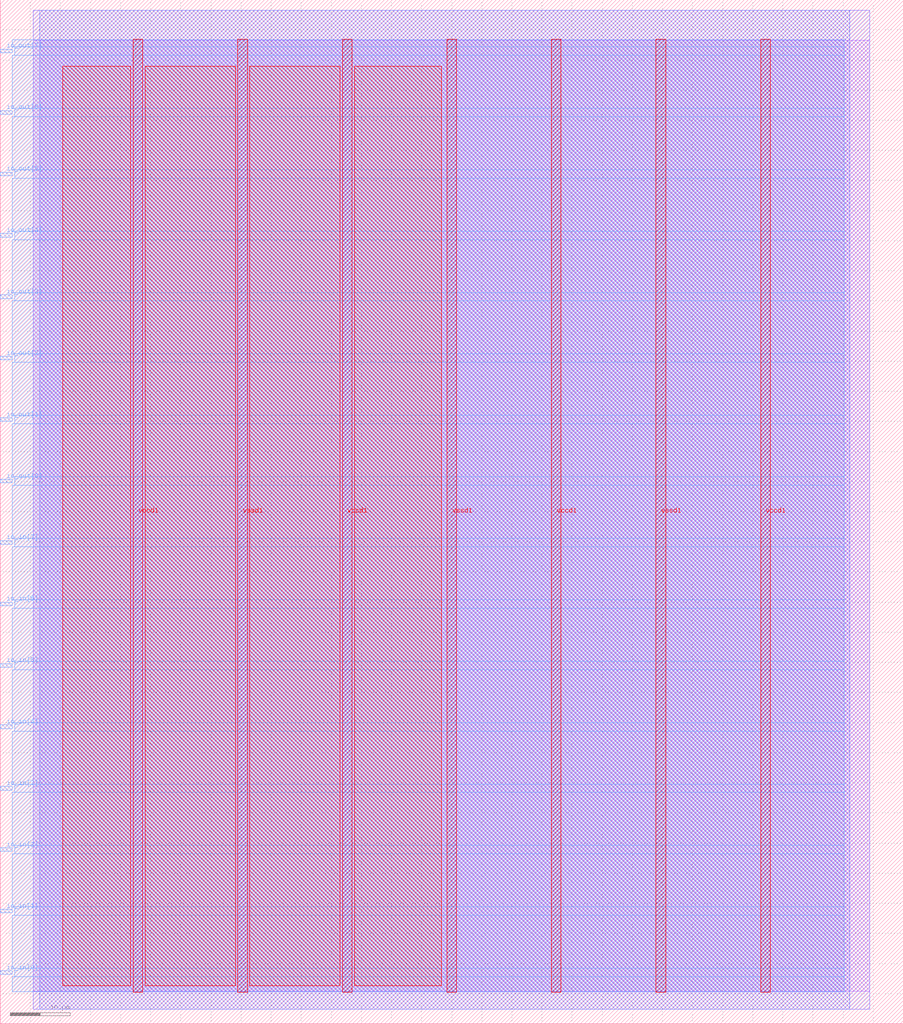
<source format=lef>
VERSION 5.7 ;
  NOWIREEXTENSIONATPIN ON ;
  DIVIDERCHAR "/" ;
  BUSBITCHARS "[]" ;
MACRO s4ga
  CLASS BLOCK ;
  FOREIGN s4ga ;
  ORIGIN 0.000 0.000 ;
  SIZE 150.000 BY 170.000 ;
  PIN io_in[0]
    DIRECTION INPUT ;
    USE SIGNAL ;
    PORT
      LAYER met3 ;
        RECT 0.000 8.200 2.000 8.800 ;
    END
  END io_in[0]
  PIN io_in[1]
    DIRECTION INPUT ;
    USE SIGNAL ;
    PORT
      LAYER met3 ;
        RECT 0.000 18.400 2.000 19.000 ;
    END
  END io_in[1]
  PIN io_in[2]
    DIRECTION INPUT ;
    USE SIGNAL ;
    PORT
      LAYER met3 ;
        RECT 0.000 28.600 2.000 29.200 ;
    END
  END io_in[2]
  PIN io_in[3]
    DIRECTION INPUT ;
    USE SIGNAL ;
    PORT
      LAYER met3 ;
        RECT 0.000 38.800 2.000 39.400 ;
    END
  END io_in[3]
  PIN io_in[4]
    DIRECTION INPUT ;
    USE SIGNAL ;
    PORT
      LAYER met3 ;
        RECT 0.000 49.000 2.000 49.600 ;
    END
  END io_in[4]
  PIN io_in[5]
    DIRECTION INPUT ;
    USE SIGNAL ;
    PORT
      LAYER met3 ;
        RECT 0.000 59.200 2.000 59.800 ;
    END
  END io_in[5]
  PIN io_in[6]
    DIRECTION INPUT ;
    USE SIGNAL ;
    PORT
      LAYER met3 ;
        RECT 0.000 69.400 2.000 70.000 ;
    END
  END io_in[6]
  PIN io_in[7]
    DIRECTION INPUT ;
    USE SIGNAL ;
    PORT
      LAYER met3 ;
        RECT 0.000 79.600 2.000 80.200 ;
    END
  END io_in[7]
  PIN io_out[0]
    DIRECTION OUTPUT TRISTATE ;
    USE SIGNAL ;
    PORT
      LAYER met3 ;
        RECT 0.000 89.800 2.000 90.400 ;
    END
  END io_out[0]
  PIN io_out[1]
    DIRECTION OUTPUT TRISTATE ;
    USE SIGNAL ;
    PORT
      LAYER met3 ;
        RECT 0.000 100.000 2.000 100.600 ;
    END
  END io_out[1]
  PIN io_out[2]
    DIRECTION OUTPUT TRISTATE ;
    USE SIGNAL ;
    PORT
      LAYER met3 ;
        RECT 0.000 110.200 2.000 110.800 ;
    END
  END io_out[2]
  PIN io_out[3]
    DIRECTION OUTPUT TRISTATE ;
    USE SIGNAL ;
    PORT
      LAYER met3 ;
        RECT 0.000 120.400 2.000 121.000 ;
    END
  END io_out[3]
  PIN io_out[4]
    DIRECTION OUTPUT TRISTATE ;
    USE SIGNAL ;
    PORT
      LAYER met3 ;
        RECT 0.000 130.600 2.000 131.200 ;
    END
  END io_out[4]
  PIN io_out[5]
    DIRECTION OUTPUT TRISTATE ;
    USE SIGNAL ;
    PORT
      LAYER met3 ;
        RECT 0.000 140.800 2.000 141.400 ;
    END
  END io_out[5]
  PIN io_out[6]
    DIRECTION OUTPUT TRISTATE ;
    USE SIGNAL ;
    PORT
      LAYER met3 ;
        RECT 0.000 151.000 2.000 151.600 ;
    END
  END io_out[6]
  PIN io_out[7]
    DIRECTION OUTPUT TRISTATE ;
    USE SIGNAL ;
    PORT
      LAYER met3 ;
        RECT 0.000 161.200 2.000 161.800 ;
    END
  END io_out[7]
  PIN vccd1
    DIRECTION INOUT ;
    USE POWER ;
    PORT
      LAYER met4 ;
        RECT 22.090 5.200 23.690 163.440 ;
    END
    PORT
      LAYER met4 ;
        RECT 56.830 5.200 58.430 163.440 ;
    END
    PORT
      LAYER met4 ;
        RECT 91.570 5.200 93.170 163.440 ;
    END
    PORT
      LAYER met4 ;
        RECT 126.310 5.200 127.910 163.440 ;
    END
  END vccd1
  PIN vssd1
    DIRECTION INOUT ;
    USE GROUND ;
    PORT
      LAYER met4 ;
        RECT 39.460 5.200 41.060 163.440 ;
    END
    PORT
      LAYER met4 ;
        RECT 74.200 5.200 75.800 163.440 ;
    END
    PORT
      LAYER met4 ;
        RECT 108.940 5.200 110.540 163.440 ;
    END
  END vssd1
  OBS
      LAYER li1 ;
        RECT 5.520 5.355 144.440 163.285 ;
      LAYER met1 ;
        RECT 5.520 2.420 144.440 168.260 ;
      LAYER met2 ;
        RECT 6.530 2.390 141.120 168.290 ;
      LAYER met3 ;
        RECT 2.000 162.200 140.235 163.365 ;
        RECT 2.400 160.800 140.235 162.200 ;
        RECT 2.000 152.000 140.235 160.800 ;
        RECT 2.400 150.600 140.235 152.000 ;
        RECT 2.000 141.800 140.235 150.600 ;
        RECT 2.400 140.400 140.235 141.800 ;
        RECT 2.000 131.600 140.235 140.400 ;
        RECT 2.400 130.200 140.235 131.600 ;
        RECT 2.000 121.400 140.235 130.200 ;
        RECT 2.400 120.000 140.235 121.400 ;
        RECT 2.000 111.200 140.235 120.000 ;
        RECT 2.400 109.800 140.235 111.200 ;
        RECT 2.000 101.000 140.235 109.800 ;
        RECT 2.400 99.600 140.235 101.000 ;
        RECT 2.000 90.800 140.235 99.600 ;
        RECT 2.400 89.400 140.235 90.800 ;
        RECT 2.000 80.600 140.235 89.400 ;
        RECT 2.400 79.200 140.235 80.600 ;
        RECT 2.000 70.400 140.235 79.200 ;
        RECT 2.400 69.000 140.235 70.400 ;
        RECT 2.000 60.200 140.235 69.000 ;
        RECT 2.400 58.800 140.235 60.200 ;
        RECT 2.000 50.000 140.235 58.800 ;
        RECT 2.400 48.600 140.235 50.000 ;
        RECT 2.000 39.800 140.235 48.600 ;
        RECT 2.400 38.400 140.235 39.800 ;
        RECT 2.000 29.600 140.235 38.400 ;
        RECT 2.400 28.200 140.235 29.600 ;
        RECT 2.000 19.400 140.235 28.200 ;
        RECT 2.400 18.000 140.235 19.400 ;
        RECT 2.000 9.200 140.235 18.000 ;
        RECT 2.400 7.800 140.235 9.200 ;
        RECT 2.000 5.275 140.235 7.800 ;
      LAYER met4 ;
        RECT 10.415 6.295 21.690 158.945 ;
        RECT 24.090 6.295 39.060 158.945 ;
        RECT 41.460 6.295 56.430 158.945 ;
        RECT 58.830 6.295 73.305 158.945 ;
  END
END s4ga
END LIBRARY


</source>
